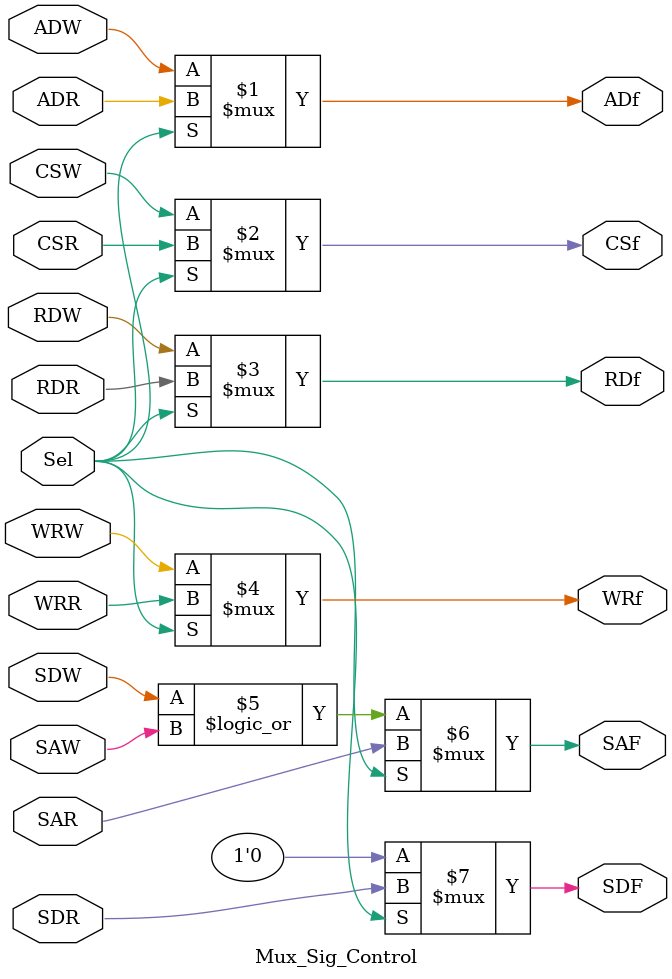
<source format=v>
`timescale 1ns / 1ps
module Mux_Sig_Control( // mux para seleccionar señales de control de lectura o escritura
    input ADR,//lectura
    input ADW,//escritura
    input CSR,//lectura
    input CSW,//escritura
    input RDR,//lectura
    input RDW,//escritura
    input WRR,//lectura
    input WRW,//escritura
    input SDR,//lectura
    input SDW,//escritura
    input SAR,//lectura
    input SAW,//escritura
    output ADf,// señal de control final
    output CSf,// señal de control final
    output RDf,// señal de control final
    output WRf,// señal de control final
    output SDF,SAF,// señal de control final
    input Sel // selector
    );
// basicamente si el selector es 1 entonces asigna señales de lectura, sino de escritura

assign ADf = Sel ? ADR : ADW;
assign CSf = Sel ? CSR : CSW;
assign RDf = Sel ? RDR : RDW;
assign WRf = Sel ? WRR : WRW;
assign SAF = Sel ? SAR : (SDW||SAW);
assign SDF = Sel ? SDR : 1'b0;
endmodule

</source>
